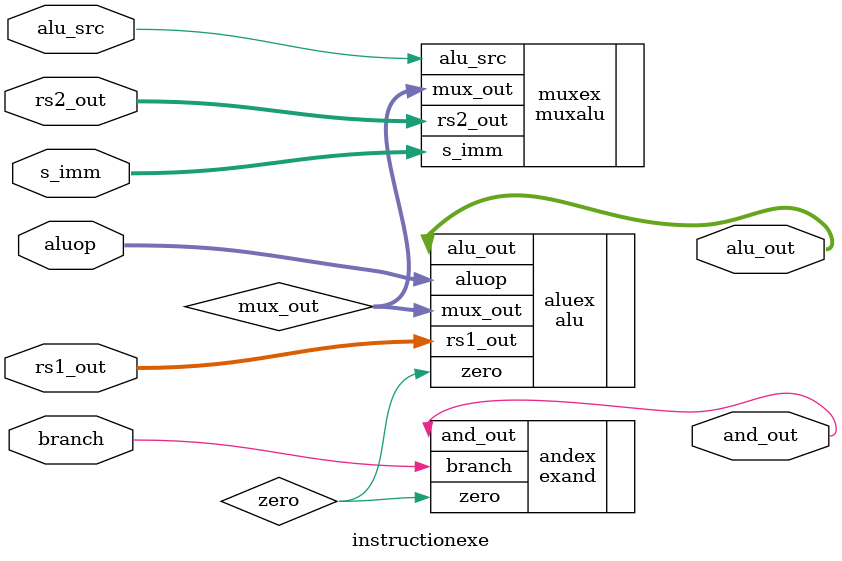
<source format=sv>
module instructionexe(rs1_out, rs2_out, s_imm, alu_src, aluop, branch,alu_out, and_out );
input logic [31:0] rs1_out;
input logic[31:0] rs2_out;
input logic[31:0] s_imm;
input logic alu_src;
input logic[3:0] aluop;
input bit branch;
bit zero;
output logic[31:0] alu_out;
output bit and_out;
logic [31:0]mux_out;

muxalu muxex(.rs2_out(rs2_out), .s_imm(s_imm), .alu_src(alu_src), .mux_out(mux_out));
alu aluex(.mux_out(mux_out), .rs1_out(rs1_out), .aluop(aluop), .alu_out(alu_out), .zero(zero));
exand andex(.branch(branch), .zero(zero), .and_out(and_out));

endmodule
</source>
